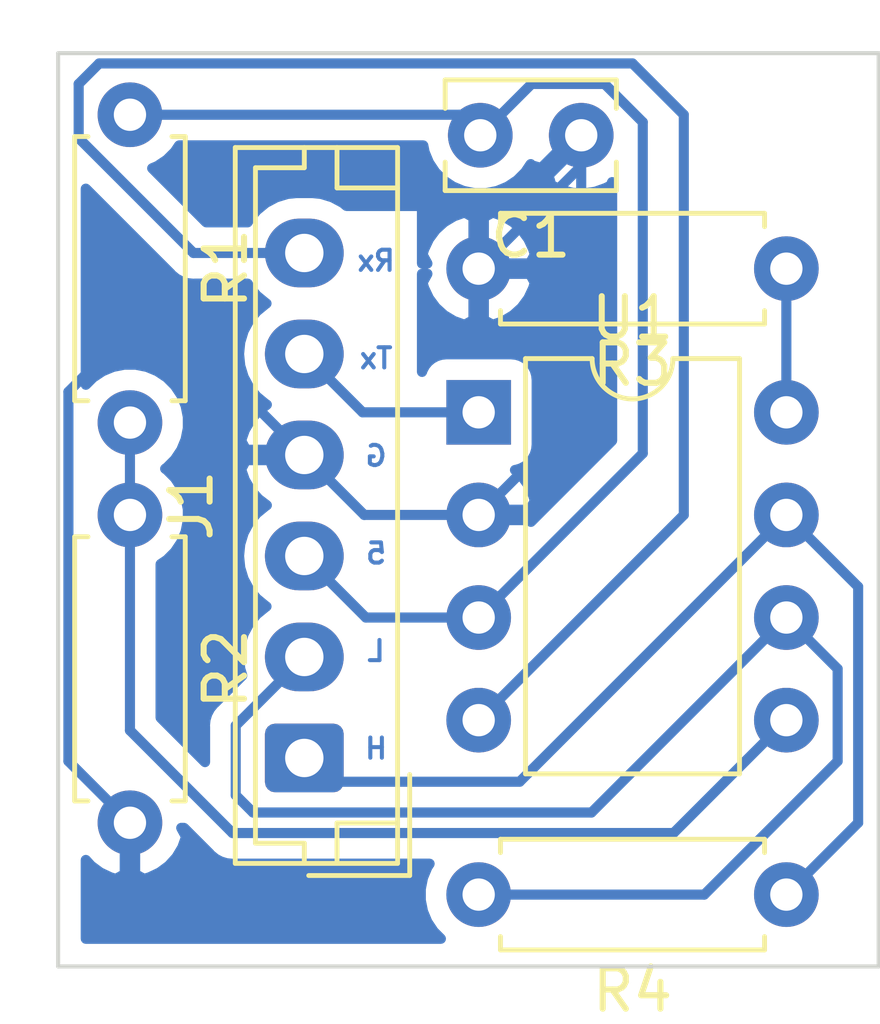
<source format=kicad_pcb>
(kicad_pcb (version 20171130) (host pcbnew 5.1.6)

  (general
    (thickness 1.6)
    (drawings 5)
    (tracks 53)
    (zones 0)
    (modules 7)
    (nets 9)
  )

  (page A4)
  (layers
    (0 F.Cu signal)
    (31 B.Cu signal)
    (32 B.Adhes user)
    (33 F.Adhes user)
    (34 B.Paste user)
    (35 F.Paste user)
    (36 B.SilkS user)
    (37 F.SilkS user)
    (38 B.Mask user)
    (39 F.Mask user)
    (40 Dwgs.User user)
    (41 Cmts.User user)
    (42 Eco1.User user)
    (43 Eco2.User user)
    (44 Edge.Cuts user)
    (45 Margin user)
    (46 B.CrtYd user)
    (47 F.CrtYd user)
    (48 B.Fab user)
    (49 F.Fab user)
  )

  (setup
    (last_trace_width 0.25)
    (trace_clearance 0.2)
    (zone_clearance 0.508)
    (zone_45_only no)
    (trace_min 0.2)
    (via_size 0.8)
    (via_drill 0.4)
    (via_min_size 0.4)
    (via_min_drill 0.3)
    (uvia_size 0.3)
    (uvia_drill 0.1)
    (uvias_allowed no)
    (uvia_min_size 0.2)
    (uvia_min_drill 0.1)
    (edge_width 0.05)
    (segment_width 0.2)
    (pcb_text_width 0.3)
    (pcb_text_size 1.5 1.5)
    (mod_edge_width 0.12)
    (mod_text_size 1 1)
    (mod_text_width 0.15)
    (pad_size 1.524 1.524)
    (pad_drill 0.762)
    (pad_to_mask_clearance 0.05)
    (aux_axis_origin 0 0)
    (visible_elements FFFFFF7F)
    (pcbplotparams
      (layerselection 0x010fc_ffffffff)
      (usegerberextensions false)
      (usegerberattributes true)
      (usegerberadvancedattributes true)
      (creategerberjobfile true)
      (excludeedgelayer true)
      (linewidth 0.100000)
      (plotframeref false)
      (viasonmask false)
      (mode 1)
      (useauxorigin false)
      (hpglpennumber 1)
      (hpglpenspeed 20)
      (hpglpendiameter 15.000000)
      (psnegative false)
      (psa4output false)
      (plotreference true)
      (plotvalue true)
      (plotinvisibletext false)
      (padsonsilk false)
      (subtractmaskfromsilk false)
      (outputformat 1)
      (mirror false)
      (drillshape 1)
      (scaleselection 1)
      (outputdirectory ""))
  )

  (net 0 "")
  (net 1 +5V)
  (net 2 GND)
  (net 3 /can_rx)
  (net 4 /can_tx)
  (net 5 "Net-(J1-Pad2)")
  (net 6 "Net-(J1-Pad1)")
  (net 7 "Net-(R1-Pad2)")
  (net 8 "Net-(R3-Pad1)")

  (net_class Default "This is the default net class."
    (clearance 0.2)
    (trace_width 0.25)
    (via_dia 0.8)
    (via_drill 0.4)
    (uvia_dia 0.3)
    (uvia_drill 0.1)
    (add_net +5V)
    (add_net /can_rx)
    (add_net /can_tx)
    (add_net GND)
    (add_net "Net-(J1-Pad1)")
    (add_net "Net-(J1-Pad2)")
    (add_net "Net-(R1-Pad2)")
    (add_net "Net-(R3-Pad1)")
  )

  (module Capacitor_THT:C_Rect_L4.0mm_W2.5mm_P2.50mm (layer F.Cu) (tedit 5AE50EF0) (tstamp 5F8875F8)
    (at 118.364 65.024 180)
    (descr "C, Rect series, Radial, pin pitch=2.50mm, , length*width=4*2.5mm^2, Capacitor")
    (tags "C Rect series Radial pin pitch 2.50mm  length 4mm width 2.5mm Capacitor")
    (path /5F85CFB6)
    (fp_text reference C1 (at 1.25 -2.5) (layer F.SilkS)
      (effects (font (size 1 1) (thickness 0.15)))
    )
    (fp_text value 100n (at 1.25 2.5) (layer F.Fab)
      (effects (font (size 1 1) (thickness 0.15)))
    )
    (fp_text user %R (at 1.25 0) (layer F.Fab)
      (effects (font (size 0.8 0.8) (thickness 0.12)))
    )
    (fp_line (start -0.75 -1.25) (end -0.75 1.25) (layer F.Fab) (width 0.1))
    (fp_line (start -0.75 1.25) (end 3.25 1.25) (layer F.Fab) (width 0.1))
    (fp_line (start 3.25 1.25) (end 3.25 -1.25) (layer F.Fab) (width 0.1))
    (fp_line (start 3.25 -1.25) (end -0.75 -1.25) (layer F.Fab) (width 0.1))
    (fp_line (start -0.87 -1.37) (end 3.37 -1.37) (layer F.SilkS) (width 0.12))
    (fp_line (start -0.87 1.37) (end 3.37 1.37) (layer F.SilkS) (width 0.12))
    (fp_line (start -0.87 -1.37) (end -0.87 -0.665) (layer F.SilkS) (width 0.12))
    (fp_line (start -0.87 0.665) (end -0.87 1.37) (layer F.SilkS) (width 0.12))
    (fp_line (start 3.37 -1.37) (end 3.37 -0.665) (layer F.SilkS) (width 0.12))
    (fp_line (start 3.37 0.665) (end 3.37 1.37) (layer F.SilkS) (width 0.12))
    (fp_line (start -1.05 -1.5) (end -1.05 1.5) (layer F.CrtYd) (width 0.05))
    (fp_line (start -1.05 1.5) (end 3.55 1.5) (layer F.CrtYd) (width 0.05))
    (fp_line (start 3.55 1.5) (end 3.55 -1.5) (layer F.CrtYd) (width 0.05))
    (fp_line (start 3.55 -1.5) (end -1.05 -1.5) (layer F.CrtYd) (width 0.05))
    (pad 2 thru_hole circle (at 2.5 0 180) (size 1.6 1.6) (drill 0.8) (layers *.Cu *.Mask)
      (net 1 +5V))
    (pad 1 thru_hole circle (at 0 0 180) (size 1.6 1.6) (drill 0.8) (layers *.Cu *.Mask)
      (net 2 GND))
    (model ${KISYS3DMOD}/Capacitor_THT.3dshapes/C_Rect_L4.0mm_W2.5mm_P2.50mm.wrl
      (at (xyz 0 0 0))
      (scale (xyz 1 1 1))
      (rotate (xyz 0 0 0))
    )
  )

  (module Package_DIP:DIP-8_W7.62mm (layer F.Cu) (tedit 5A02E8C5) (tstamp 5F887694)
    (at 115.824 71.882)
    (descr "8-lead though-hole mounted DIP package, row spacing 7.62 mm (300 mils)")
    (tags "THT DIP DIL PDIP 2.54mm 7.62mm 300mil")
    (path /5F8315C8)
    (fp_text reference U1 (at 3.81 -2.33) (layer F.SilkS)
      (effects (font (size 1 1) (thickness 0.15)))
    )
    (fp_text value MCP2551-I-P (at 3.81 9.95) (layer F.Fab)
      (effects (font (size 1 1) (thickness 0.15)))
    )
    (fp_text user %R (at 3.81 3.81) (layer F.Fab)
      (effects (font (size 1 1) (thickness 0.15)))
    )
    (fp_arc (start 3.81 -1.33) (end 2.81 -1.33) (angle -180) (layer F.SilkS) (width 0.12))
    (fp_line (start 1.635 -1.27) (end 6.985 -1.27) (layer F.Fab) (width 0.1))
    (fp_line (start 6.985 -1.27) (end 6.985 8.89) (layer F.Fab) (width 0.1))
    (fp_line (start 6.985 8.89) (end 0.635 8.89) (layer F.Fab) (width 0.1))
    (fp_line (start 0.635 8.89) (end 0.635 -0.27) (layer F.Fab) (width 0.1))
    (fp_line (start 0.635 -0.27) (end 1.635 -1.27) (layer F.Fab) (width 0.1))
    (fp_line (start 2.81 -1.33) (end 1.16 -1.33) (layer F.SilkS) (width 0.12))
    (fp_line (start 1.16 -1.33) (end 1.16 8.95) (layer F.SilkS) (width 0.12))
    (fp_line (start 1.16 8.95) (end 6.46 8.95) (layer F.SilkS) (width 0.12))
    (fp_line (start 6.46 8.95) (end 6.46 -1.33) (layer F.SilkS) (width 0.12))
    (fp_line (start 6.46 -1.33) (end 4.81 -1.33) (layer F.SilkS) (width 0.12))
    (fp_line (start -1.1 -1.55) (end -1.1 9.15) (layer F.CrtYd) (width 0.05))
    (fp_line (start -1.1 9.15) (end 8.7 9.15) (layer F.CrtYd) (width 0.05))
    (fp_line (start 8.7 9.15) (end 8.7 -1.55) (layer F.CrtYd) (width 0.05))
    (fp_line (start 8.7 -1.55) (end -1.1 -1.55) (layer F.CrtYd) (width 0.05))
    (pad 8 thru_hole oval (at 7.62 0) (size 1.6 1.6) (drill 0.8) (layers *.Cu *.Mask)
      (net 8 "Net-(R3-Pad1)"))
    (pad 4 thru_hole oval (at 0 7.62) (size 1.6 1.6) (drill 0.8) (layers *.Cu *.Mask)
      (net 3 /can_rx))
    (pad 7 thru_hole oval (at 7.62 2.54) (size 1.6 1.6) (drill 0.8) (layers *.Cu *.Mask)
      (net 6 "Net-(J1-Pad1)"))
    (pad 3 thru_hole oval (at 0 5.08) (size 1.6 1.6) (drill 0.8) (layers *.Cu *.Mask)
      (net 1 +5V))
    (pad 6 thru_hole oval (at 7.62 5.08) (size 1.6 1.6) (drill 0.8) (layers *.Cu *.Mask)
      (net 5 "Net-(J1-Pad2)"))
    (pad 2 thru_hole oval (at 0 2.54) (size 1.6 1.6) (drill 0.8) (layers *.Cu *.Mask)
      (net 2 GND))
    (pad 5 thru_hole oval (at 7.62 7.62) (size 1.6 1.6) (drill 0.8) (layers *.Cu *.Mask)
      (net 7 "Net-(R1-Pad2)"))
    (pad 1 thru_hole rect (at 0 0) (size 1.6 1.6) (drill 0.8) (layers *.Cu *.Mask)
      (net 4 /can_tx))
    (model ${KISYS3DMOD}/Package_DIP.3dshapes/DIP-8_W7.62mm.wrl
      (at (xyz 0 0 0))
      (scale (xyz 1 1 1))
      (rotate (xyz 0 0 0))
    )
  )

  (module Resistor_THT:R_Axial_DIN0207_L6.3mm_D2.5mm_P7.62mm_Horizontal (layer F.Cu) (tedit 5AE5139B) (tstamp 5F887678)
    (at 123.444 83.82 180)
    (descr "Resistor, Axial_DIN0207 series, Axial, Horizontal, pin pitch=7.62mm, 0.25W = 1/4W, length*diameter=6.3*2.5mm^2, http://cdn-reichelt.de/documents/datenblatt/B400/1_4W%23YAG.pdf")
    (tags "Resistor Axial_DIN0207 series Axial Horizontal pin pitch 7.62mm 0.25W = 1/4W length 6.3mm diameter 2.5mm")
    (path /5F867449)
    (fp_text reference R4 (at 3.81 -2.37) (layer F.SilkS)
      (effects (font (size 1 1) (thickness 0.15)))
    )
    (fp_text value 120 (at 3.81 2.37) (layer F.Fab)
      (effects (font (size 1 1) (thickness 0.15)))
    )
    (fp_text user %R (at 3.81 0) (layer F.Fab)
      (effects (font (size 1 1) (thickness 0.15)))
    )
    (fp_line (start 0.66 -1.25) (end 0.66 1.25) (layer F.Fab) (width 0.1))
    (fp_line (start 0.66 1.25) (end 6.96 1.25) (layer F.Fab) (width 0.1))
    (fp_line (start 6.96 1.25) (end 6.96 -1.25) (layer F.Fab) (width 0.1))
    (fp_line (start 6.96 -1.25) (end 0.66 -1.25) (layer F.Fab) (width 0.1))
    (fp_line (start 0 0) (end 0.66 0) (layer F.Fab) (width 0.1))
    (fp_line (start 7.62 0) (end 6.96 0) (layer F.Fab) (width 0.1))
    (fp_line (start 0.54 -1.04) (end 0.54 -1.37) (layer F.SilkS) (width 0.12))
    (fp_line (start 0.54 -1.37) (end 7.08 -1.37) (layer F.SilkS) (width 0.12))
    (fp_line (start 7.08 -1.37) (end 7.08 -1.04) (layer F.SilkS) (width 0.12))
    (fp_line (start 0.54 1.04) (end 0.54 1.37) (layer F.SilkS) (width 0.12))
    (fp_line (start 0.54 1.37) (end 7.08 1.37) (layer F.SilkS) (width 0.12))
    (fp_line (start 7.08 1.37) (end 7.08 1.04) (layer F.SilkS) (width 0.12))
    (fp_line (start -1.05 -1.5) (end -1.05 1.5) (layer F.CrtYd) (width 0.05))
    (fp_line (start -1.05 1.5) (end 8.67 1.5) (layer F.CrtYd) (width 0.05))
    (fp_line (start 8.67 1.5) (end 8.67 -1.5) (layer F.CrtYd) (width 0.05))
    (fp_line (start 8.67 -1.5) (end -1.05 -1.5) (layer F.CrtYd) (width 0.05))
    (pad 2 thru_hole oval (at 7.62 0 180) (size 1.6 1.6) (drill 0.8) (layers *.Cu *.Mask)
      (net 5 "Net-(J1-Pad2)"))
    (pad 1 thru_hole circle (at 0 0 180) (size 1.6 1.6) (drill 0.8) (layers *.Cu *.Mask)
      (net 6 "Net-(J1-Pad1)"))
    (model ${KISYS3DMOD}/Resistor_THT.3dshapes/R_Axial_DIN0207_L6.3mm_D2.5mm_P7.62mm_Horizontal.wrl
      (at (xyz 0 0 0))
      (scale (xyz 1 1 1))
      (rotate (xyz 0 0 0))
    )
  )

  (module Resistor_THT:R_Axial_DIN0207_L6.3mm_D2.5mm_P7.62mm_Horizontal (layer F.Cu) (tedit 5AE5139B) (tstamp 5F887661)
    (at 123.444 68.326 180)
    (descr "Resistor, Axial_DIN0207 series, Axial, Horizontal, pin pitch=7.62mm, 0.25W = 1/4W, length*diameter=6.3*2.5mm^2, http://cdn-reichelt.de/documents/datenblatt/B400/1_4W%23YAG.pdf")
    (tags "Resistor Axial_DIN0207 series Axial Horizontal pin pitch 7.62mm 0.25W = 1/4W length 6.3mm diameter 2.5mm")
    (path /5F836A87)
    (fp_text reference R3 (at 3.81 -2.37) (layer F.SilkS)
      (effects (font (size 1 1) (thickness 0.15)))
    )
    (fp_text value 10k (at 3.81 2.37) (layer F.Fab)
      (effects (font (size 1 1) (thickness 0.15)))
    )
    (fp_text user %R (at 3.556 0) (layer F.Fab)
      (effects (font (size 1 1) (thickness 0.15)))
    )
    (fp_line (start 0.66 -1.25) (end 0.66 1.25) (layer F.Fab) (width 0.1))
    (fp_line (start 0.66 1.25) (end 6.96 1.25) (layer F.Fab) (width 0.1))
    (fp_line (start 6.96 1.25) (end 6.96 -1.25) (layer F.Fab) (width 0.1))
    (fp_line (start 6.96 -1.25) (end 0.66 -1.25) (layer F.Fab) (width 0.1))
    (fp_line (start 0 0) (end 0.66 0) (layer F.Fab) (width 0.1))
    (fp_line (start 7.62 0) (end 6.96 0) (layer F.Fab) (width 0.1))
    (fp_line (start 0.54 -1.04) (end 0.54 -1.37) (layer F.SilkS) (width 0.12))
    (fp_line (start 0.54 -1.37) (end 7.08 -1.37) (layer F.SilkS) (width 0.12))
    (fp_line (start 7.08 -1.37) (end 7.08 -1.04) (layer F.SilkS) (width 0.12))
    (fp_line (start 0.54 1.04) (end 0.54 1.37) (layer F.SilkS) (width 0.12))
    (fp_line (start 0.54 1.37) (end 7.08 1.37) (layer F.SilkS) (width 0.12))
    (fp_line (start 7.08 1.37) (end 7.08 1.04) (layer F.SilkS) (width 0.12))
    (fp_line (start -1.05 -1.5) (end -1.05 1.5) (layer F.CrtYd) (width 0.05))
    (fp_line (start -1.05 1.5) (end 8.67 1.5) (layer F.CrtYd) (width 0.05))
    (fp_line (start 8.67 1.5) (end 8.67 -1.5) (layer F.CrtYd) (width 0.05))
    (fp_line (start 8.67 -1.5) (end -1.05 -1.5) (layer F.CrtYd) (width 0.05))
    (pad 2 thru_hole oval (at 7.62 0 180) (size 1.6 1.6) (drill 0.8) (layers *.Cu *.Mask)
      (net 2 GND))
    (pad 1 thru_hole circle (at 0 0 180) (size 1.6 1.6) (drill 0.8) (layers *.Cu *.Mask)
      (net 8 "Net-(R3-Pad1)"))
    (model ${KISYS3DMOD}/Resistor_THT.3dshapes/R_Axial_DIN0207_L6.3mm_D2.5mm_P7.62mm_Horizontal.wrl
      (at (xyz 0 0 0))
      (scale (xyz 1 1 1))
      (rotate (xyz 0 0 0))
    )
  )

  (module Resistor_THT:R_Axial_DIN0207_L6.3mm_D2.5mm_P7.62mm_Horizontal (layer F.Cu) (tedit 5AE5139B) (tstamp 5F88764A)
    (at 107.188 74.422 270)
    (descr "Resistor, Axial_DIN0207 series, Axial, Horizontal, pin pitch=7.62mm, 0.25W = 1/4W, length*diameter=6.3*2.5mm^2, http://cdn-reichelt.de/documents/datenblatt/B400/1_4W%23YAG.pdf")
    (tags "Resistor Axial_DIN0207 series Axial Horizontal pin pitch 7.62mm 0.25W = 1/4W length 6.3mm diameter 2.5mm")
    (path /5F888FF2)
    (fp_text reference R2 (at 3.81 -2.37 90) (layer F.SilkS)
      (effects (font (size 1 1) (thickness 0.15)))
    )
    (fp_text value 470 (at 3.81 2.37 90) (layer F.Fab)
      (effects (font (size 1 1) (thickness 0.15)))
    )
    (fp_text user %R (at 3.81 0 90) (layer F.Fab)
      (effects (font (size 1 1) (thickness 0.15)))
    )
    (fp_line (start 0.66 -1.25) (end 0.66 1.25) (layer F.Fab) (width 0.1))
    (fp_line (start 0.66 1.25) (end 6.96 1.25) (layer F.Fab) (width 0.1))
    (fp_line (start 6.96 1.25) (end 6.96 -1.25) (layer F.Fab) (width 0.1))
    (fp_line (start 6.96 -1.25) (end 0.66 -1.25) (layer F.Fab) (width 0.1))
    (fp_line (start 0 0) (end 0.66 0) (layer F.Fab) (width 0.1))
    (fp_line (start 7.62 0) (end 6.96 0) (layer F.Fab) (width 0.1))
    (fp_line (start 0.54 -1.04) (end 0.54 -1.37) (layer F.SilkS) (width 0.12))
    (fp_line (start 0.54 -1.37) (end 7.08 -1.37) (layer F.SilkS) (width 0.12))
    (fp_line (start 7.08 -1.37) (end 7.08 -1.04) (layer F.SilkS) (width 0.12))
    (fp_line (start 0.54 1.04) (end 0.54 1.37) (layer F.SilkS) (width 0.12))
    (fp_line (start 0.54 1.37) (end 7.08 1.37) (layer F.SilkS) (width 0.12))
    (fp_line (start 7.08 1.37) (end 7.08 1.04) (layer F.SilkS) (width 0.12))
    (fp_line (start -1.05 -1.5) (end -1.05 1.5) (layer F.CrtYd) (width 0.05))
    (fp_line (start -1.05 1.5) (end 8.67 1.5) (layer F.CrtYd) (width 0.05))
    (fp_line (start 8.67 1.5) (end 8.67 -1.5) (layer F.CrtYd) (width 0.05))
    (fp_line (start 8.67 -1.5) (end -1.05 -1.5) (layer F.CrtYd) (width 0.05))
    (pad 2 thru_hole oval (at 7.62 0 270) (size 1.6 1.6) (drill 0.8) (layers *.Cu *.Mask)
      (net 2 GND))
    (pad 1 thru_hole circle (at 0 0 270) (size 1.6 1.6) (drill 0.8) (layers *.Cu *.Mask)
      (net 7 "Net-(R1-Pad2)"))
    (model ${KISYS3DMOD}/Resistor_THT.3dshapes/R_Axial_DIN0207_L6.3mm_D2.5mm_P7.62mm_Horizontal.wrl
      (at (xyz 0 0 0))
      (scale (xyz 1 1 1))
      (rotate (xyz 0 0 0))
    )
  )

  (module Resistor_THT:R_Axial_DIN0207_L6.3mm_D2.5mm_P7.62mm_Horizontal (layer F.Cu) (tedit 5AE5139B) (tstamp 5F887633)
    (at 107.188 64.516 270)
    (descr "Resistor, Axial_DIN0207 series, Axial, Horizontal, pin pitch=7.62mm, 0.25W = 1/4W, length*diameter=6.3*2.5mm^2, http://cdn-reichelt.de/documents/datenblatt/B400/1_4W%23YAG.pdf")
    (tags "Resistor Axial_DIN0207 series Axial Horizontal pin pitch 7.62mm 0.25W = 1/4W length 6.3mm diameter 2.5mm")
    (path /5F888341)
    (fp_text reference R1 (at 3.81 -2.37 90) (layer F.SilkS)
      (effects (font (size 1 1) (thickness 0.15)))
    )
    (fp_text value 470 (at 3.81 2.37 90) (layer F.Fab)
      (effects (font (size 1 1) (thickness 0.15)))
    )
    (fp_text user %R (at 3.81 0 90) (layer F.Fab)
      (effects (font (size 1 1) (thickness 0.15)))
    )
    (fp_line (start 0.66 -1.25) (end 0.66 1.25) (layer F.Fab) (width 0.1))
    (fp_line (start 0.66 1.25) (end 6.96 1.25) (layer F.Fab) (width 0.1))
    (fp_line (start 6.96 1.25) (end 6.96 -1.25) (layer F.Fab) (width 0.1))
    (fp_line (start 6.96 -1.25) (end 0.66 -1.25) (layer F.Fab) (width 0.1))
    (fp_line (start 0 0) (end 0.66 0) (layer F.Fab) (width 0.1))
    (fp_line (start 7.62 0) (end 6.96 0) (layer F.Fab) (width 0.1))
    (fp_line (start 0.54 -1.04) (end 0.54 -1.37) (layer F.SilkS) (width 0.12))
    (fp_line (start 0.54 -1.37) (end 7.08 -1.37) (layer F.SilkS) (width 0.12))
    (fp_line (start 7.08 -1.37) (end 7.08 -1.04) (layer F.SilkS) (width 0.12))
    (fp_line (start 0.54 1.04) (end 0.54 1.37) (layer F.SilkS) (width 0.12))
    (fp_line (start 0.54 1.37) (end 7.08 1.37) (layer F.SilkS) (width 0.12))
    (fp_line (start 7.08 1.37) (end 7.08 1.04) (layer F.SilkS) (width 0.12))
    (fp_line (start -1.05 -1.5) (end -1.05 1.5) (layer F.CrtYd) (width 0.05))
    (fp_line (start -1.05 1.5) (end 8.67 1.5) (layer F.CrtYd) (width 0.05))
    (fp_line (start 8.67 1.5) (end 8.67 -1.5) (layer F.CrtYd) (width 0.05))
    (fp_line (start 8.67 -1.5) (end -1.05 -1.5) (layer F.CrtYd) (width 0.05))
    (pad 2 thru_hole oval (at 7.62 0 270) (size 1.6 1.6) (drill 0.8) (layers *.Cu *.Mask)
      (net 7 "Net-(R1-Pad2)"))
    (pad 1 thru_hole circle (at 0 0 270) (size 1.6 1.6) (drill 0.8) (layers *.Cu *.Mask)
      (net 1 +5V))
    (model ${KISYS3DMOD}/Resistor_THT.3dshapes/R_Axial_DIN0207_L6.3mm_D2.5mm_P7.62mm_Horizontal.wrl
      (at (xyz 0 0 0))
      (scale (xyz 1 1 1))
      (rotate (xyz 0 0 0))
    )
  )

  (module Connector_JST:JST_EH_B6B-EH-A_1x06_P2.50mm_Vertical (layer F.Cu) (tedit 5C28142C) (tstamp 5F88761C)
    (at 111.506 80.438 90)
    (descr "JST EH series connector, B6B-EH-A (http://www.jst-mfg.com/product/pdf/eng/eEH.pdf), generated with kicad-footprint-generator")
    (tags "connector JST EH vertical")
    (path /5F893666)
    (fp_text reference J1 (at 6.25 -2.8 90) (layer F.SilkS)
      (effects (font (size 1 1) (thickness 0.15)))
    )
    (fp_text value Conn_01x06 (at 6.25 3.4 90) (layer F.Fab)
      (effects (font (size 1 1) (thickness 0.15)))
    )
    (fp_text user %R (at 6.25 1.5 90) (layer F.Fab)
      (effects (font (size 1 1) (thickness 0.15)))
    )
    (fp_line (start -2.5 -1.6) (end -2.5 2.2) (layer F.Fab) (width 0.1))
    (fp_line (start -2.5 2.2) (end 15 2.2) (layer F.Fab) (width 0.1))
    (fp_line (start 15 2.2) (end 15 -1.6) (layer F.Fab) (width 0.1))
    (fp_line (start 15 -1.6) (end -2.5 -1.6) (layer F.Fab) (width 0.1))
    (fp_line (start -3 -2.1) (end -3 2.7) (layer F.CrtYd) (width 0.05))
    (fp_line (start -3 2.7) (end 15.5 2.7) (layer F.CrtYd) (width 0.05))
    (fp_line (start 15.5 2.7) (end 15.5 -2.1) (layer F.CrtYd) (width 0.05))
    (fp_line (start 15.5 -2.1) (end -3 -2.1) (layer F.CrtYd) (width 0.05))
    (fp_line (start -2.61 -1.71) (end -2.61 2.31) (layer F.SilkS) (width 0.12))
    (fp_line (start -2.61 2.31) (end 15.11 2.31) (layer F.SilkS) (width 0.12))
    (fp_line (start 15.11 2.31) (end 15.11 -1.71) (layer F.SilkS) (width 0.12))
    (fp_line (start 15.11 -1.71) (end -2.61 -1.71) (layer F.SilkS) (width 0.12))
    (fp_line (start -2.61 0) (end -2.11 0) (layer F.SilkS) (width 0.12))
    (fp_line (start -2.11 0) (end -2.11 -1.21) (layer F.SilkS) (width 0.12))
    (fp_line (start -2.11 -1.21) (end 14.61 -1.21) (layer F.SilkS) (width 0.12))
    (fp_line (start 14.61 -1.21) (end 14.61 0) (layer F.SilkS) (width 0.12))
    (fp_line (start 14.61 0) (end 15.11 0) (layer F.SilkS) (width 0.12))
    (fp_line (start -2.61 0.81) (end -1.61 0.81) (layer F.SilkS) (width 0.12))
    (fp_line (start -1.61 0.81) (end -1.61 2.31) (layer F.SilkS) (width 0.12))
    (fp_line (start 15.11 0.81) (end 14.11 0.81) (layer F.SilkS) (width 0.12))
    (fp_line (start 14.11 0.81) (end 14.11 2.31) (layer F.SilkS) (width 0.12))
    (fp_line (start -2.91 0.11) (end -2.91 2.61) (layer F.SilkS) (width 0.12))
    (fp_line (start -2.91 2.61) (end -0.41 2.61) (layer F.SilkS) (width 0.12))
    (fp_line (start -2.91 0.11) (end -2.91 2.61) (layer F.Fab) (width 0.1))
    (fp_line (start -2.91 2.61) (end -0.41 2.61) (layer F.Fab) (width 0.1))
    (pad 6 thru_hole oval (at 12.5 0 90) (size 1.7 1.95) (drill 0.95) (layers *.Cu *.Mask)
      (net 3 /can_rx))
    (pad 5 thru_hole oval (at 10 0 90) (size 1.7 1.95) (drill 0.95) (layers *.Cu *.Mask)
      (net 4 /can_tx))
    (pad 4 thru_hole oval (at 7.5 0 90) (size 1.7 1.95) (drill 0.95) (layers *.Cu *.Mask)
      (net 2 GND))
    (pad 3 thru_hole oval (at 5 0 90) (size 1.7 1.95) (drill 0.95) (layers *.Cu *.Mask)
      (net 1 +5V))
    (pad 2 thru_hole oval (at 2.5 0 90) (size 1.7 1.95) (drill 0.95) (layers *.Cu *.Mask)
      (net 5 "Net-(J1-Pad2)"))
    (pad 1 thru_hole roundrect (at 0 0 90) (size 1.7 1.95) (drill 0.95) (layers *.Cu *.Mask) (roundrect_rratio 0.147059)
      (net 6 "Net-(J1-Pad1)"))
    (model ${KISYS3DMOD}/Connector_JST.3dshapes/JST_EH_B6B-EH-A_1x06_P2.50mm_Vertical.wrl
      (at (xyz 0 0 0))
      (scale (xyz 1 1 1))
      (rotate (xyz 0 0 0))
    )
  )

  (gr_line (start 125.73 62.992) (end 125.73 85.598) (layer Edge.Cuts) (width 0.1))
  (gr_line (start 105.41 62.992) (end 125.73 62.992) (layer Edge.Cuts) (width 0.1))
  (gr_line (start 105.41 85.598) (end 105.41 62.992) (layer Edge.Cuts) (width 0.1))
  (gr_line (start 125.73 85.598) (end 105.41 85.598) (layer Edge.Cuts) (width 0.1))
  (gr_text "Rx\n\n\nTx\n\n\nG\n\n\n5\n\n\nL\n\n\nH" (at 113.284 74.168) (layer B.Cu)
    (effects (font (size 0.5 0.5) (thickness 0.1)) (justify mirror))
  )

  (segment (start 112.268 75.438) (end 111.506 75.438) (width 0.25) (layer B.Cu) (net 1) (status 30))
  (segment (start 113.03 76.962) (end 111.506 75.438) (width 0.25) (layer B.Cu) (net 1))
  (segment (start 115.824 76.962) (end 113.03 76.962) (width 0.25) (layer B.Cu) (net 1))
  (segment (start 115.356 64.516) (end 115.864 65.024) (width 0.25) (layer B.Cu) (net 1))
  (segment (start 107.188 64.516) (end 115.356 64.516) (width 0.25) (layer B.Cu) (net 1))
  (segment (start 117.134 63.754) (end 115.864 65.024) (width 0.25) (layer B.Cu) (net 1))
  (segment (start 118.942501 63.754) (end 117.134 63.754) (width 0.25) (layer B.Cu) (net 1))
  (segment (start 119.888 64.699499) (end 118.942501 63.754) (width 0.25) (layer B.Cu) (net 1))
  (segment (start 119.888 72.898) (end 119.888 64.699499) (width 0.25) (layer B.Cu) (net 1))
  (segment (start 115.824 76.962) (end 119.888 72.898) (width 0.25) (layer B.Cu) (net 1))
  (segment (start 112.308 72.938) (end 111.506 72.938) (width 0.25) (layer B.Cu) (net 2) (status 30))
  (segment (start 118.364 71.882) (end 115.824 74.422) (width 0.25) (layer B.Cu) (net 2))
  (segment (start 118.364 65.024) (end 118.364 71.882) (width 0.25) (layer B.Cu) (net 2))
  (segment (start 118.364 65.786) (end 118.364 65.024) (width 0.25) (layer B.Cu) (net 2))
  (segment (start 115.824 68.326) (end 118.364 65.786) (width 0.25) (layer B.Cu) (net 2))
  (segment (start 112.99 74.422) (end 111.506 72.938) (width 0.25) (layer B.Cu) (net 2))
  (segment (start 115.824 74.422) (end 112.99 74.422) (width 0.25) (layer B.Cu) (net 2))
  (segment (start 107.188 82.042) (end 105.664 80.518) (width 0.25) (layer B.Cu) (net 2))
  (segment (start 105.664 80.518) (end 105.664 71.374) (width 0.25) (layer B.Cu) (net 2))
  (segment (start 105.664 71.374) (end 106.68 70.358) (width 0.25) (layer B.Cu) (net 2))
  (segment (start 108.926 70.358) (end 111.506 72.938) (width 0.25) (layer B.Cu) (net 2))
  (segment (start 106.68 70.358) (end 108.926 70.358) (width 0.25) (layer B.Cu) (net 2))
  (segment (start 120.904 64.516) (end 120.904 74.422) (width 0.25) (layer B.Cu) (net 3))
  (segment (start 105.918 63.754) (end 106.426 63.246) (width 0.25) (layer B.Cu) (net 3))
  (segment (start 105.918 65.094501) (end 105.918 63.754) (width 0.25) (layer B.Cu) (net 3))
  (segment (start 120.904 74.422) (end 115.824 79.502) (width 0.25) (layer B.Cu) (net 3))
  (segment (start 119.634 63.246) (end 120.904 64.516) (width 0.25) (layer B.Cu) (net 3))
  (segment (start 106.426 63.246) (end 119.634 63.246) (width 0.25) (layer B.Cu) (net 3))
  (segment (start 108.761499 67.938) (end 105.918 65.094501) (width 0.25) (layer B.Cu) (net 3))
  (segment (start 111.506 67.938) (end 108.761499 67.938) (width 0.25) (layer B.Cu) (net 3))
  (segment (start 112.95 71.882) (end 111.506 70.438) (width 0.25) (layer B.Cu) (net 4))
  (segment (start 115.824 71.882) (end 112.95 71.882) (width 0.25) (layer B.Cu) (net 4))
  (segment (start 118.618 81.788) (end 123.444 76.962) (width 0.25) (layer B.Cu) (net 5))
  (segment (start 110.236 81.788) (end 118.618 81.788) (width 0.25) (layer B.Cu) (net 5))
  (segment (start 109.80701 81.35901) (end 110.236 81.788) (width 0.25) (layer B.Cu) (net 5))
  (segment (start 109.80701 79.63699) (end 109.80701 81.35901) (width 0.25) (layer B.Cu) (net 5))
  (segment (start 111.506 77.938) (end 109.80701 79.63699) (width 0.25) (layer B.Cu) (net 5))
  (segment (start 115.824 83.82) (end 121.412 83.82) (width 0.25) (layer B.Cu) (net 5))
  (segment (start 121.412 83.82) (end 124.714 80.518) (width 0.25) (layer B.Cu) (net 5))
  (segment (start 124.714 78.232) (end 123.444 76.962) (width 0.25) (layer B.Cu) (net 5))
  (segment (start 124.714 80.518) (end 124.714 78.232) (width 0.25) (layer B.Cu) (net 5))
  (segment (start 116.84 81.026) (end 123.444 74.422) (width 0.25) (layer B.Cu) (net 6))
  (segment (start 112.094 81.026) (end 116.84 81.026) (width 0.25) (layer B.Cu) (net 6))
  (segment (start 111.506 80.438) (end 112.094 81.026) (width 0.25) (layer B.Cu) (net 6))
  (segment (start 125.222 76.2) (end 123.444 74.422) (width 0.25) (layer B.Cu) (net 6))
  (segment (start 125.222 82.042) (end 125.222 76.2) (width 0.25) (layer B.Cu) (net 6))
  (segment (start 123.444 83.82) (end 125.222 82.042) (width 0.25) (layer B.Cu) (net 6))
  (segment (start 120.65 82.296) (end 123.444 79.502) (width 0.25) (layer B.Cu) (net 7))
  (segment (start 107.188 72.136) (end 107.188 74.422) (width 0.25) (layer B.Cu) (net 7))
  (segment (start 107.188 79.756) (end 109.728 82.296) (width 0.25) (layer B.Cu) (net 7))
  (segment (start 107.188 74.422) (end 107.188 79.756) (width 0.25) (layer B.Cu) (net 7))
  (segment (start 109.728 82.296) (end 120.65 82.296) (width 0.25) (layer B.Cu) (net 7))
  (segment (start 123.444 71.882) (end 123.444 68.326) (width 0.25) (layer B.Cu) (net 8))

  (zone (net 2) (net_name GND) (layer B.Cu) (tstamp 0) (hatch edge 0.508)
    (connect_pads (clearance 0.508))
    (min_thickness 0.254)
    (fill yes (arc_segments 32) (thermal_gap 0.508) (thermal_bridge_width 0.508))
    (polygon
      (pts
        (xy 125.73 85.598) (xy 105.41 85.598) (xy 105.41 62.992) (xy 125.73 62.992)
      )
    )
    (filled_polygon
      (pts
        (xy 107.315 81.915) (xy 107.335 81.915) (xy 107.335 82.169) (xy 107.315 82.169) (xy 107.315 83.311915)
        (xy 107.537039 83.433904) (xy 107.671087 83.393246) (xy 107.92542 83.273037) (xy 108.151414 83.105519) (xy 108.340385 82.897131)
        (xy 108.48507 82.655881) (xy 108.579909 82.39104) (xy 108.458625 82.169002) (xy 108.5262 82.169002) (xy 109.164205 82.807008)
        (xy 109.187999 82.836001) (xy 109.216992 82.859795) (xy 109.216996 82.859799) (xy 109.262486 82.897131) (xy 109.303724 82.930974)
        (xy 109.435753 83.001546) (xy 109.579014 83.045003) (xy 109.690667 83.056) (xy 109.690676 83.056) (xy 109.727999 83.059676)
        (xy 109.765322 83.056) (xy 114.608629 83.056) (xy 114.55232 83.140273) (xy 114.444147 83.401426) (xy 114.389 83.678665)
        (xy 114.389 83.961335) (xy 114.444147 84.238574) (xy 114.55232 84.499727) (xy 114.709363 84.734759) (xy 114.887604 84.913)
        (xy 106.095 84.913) (xy 106.095 82.962618) (xy 106.224586 83.105519) (xy 106.45058 83.273037) (xy 106.704913 83.393246)
        (xy 106.838961 83.433904) (xy 107.061 83.311915) (xy 107.061 82.169) (xy 107.041 82.169) (xy 107.041 81.915)
        (xy 107.061 81.915) (xy 107.061 81.895) (xy 107.315 81.895)
      )
    )
    (filled_polygon
      (pts
        (xy 108.1977 68.449003) (xy 108.221498 68.478001) (xy 108.337223 68.572974) (xy 108.469252 68.643546) (xy 108.612513 68.687003)
        (xy 108.724166 68.698) (xy 108.724176 68.698) (xy 108.761499 68.701676) (xy 108.798822 68.698) (xy 110.103405 68.698)
        (xy 110.140294 68.767014) (xy 110.325866 68.993134) (xy 110.551986 69.178706) (xy 110.569374 69.188) (xy 110.551986 69.197294)
        (xy 110.325866 69.382866) (xy 110.140294 69.608986) (xy 110.002401 69.866966) (xy 109.917487 70.146889) (xy 109.888815 70.438)
        (xy 109.917487 70.729111) (xy 110.002401 71.009034) (xy 110.140294 71.267014) (xy 110.325866 71.493134) (xy 110.551986 71.678706)
        (xy 110.577722 71.692462) (xy 110.371571 71.848951) (xy 110.178504 72.066807) (xy 110.031648 72.318142) (xy 109.939524 72.58111)
        (xy 110.060845 72.811) (xy 111.379 72.811) (xy 111.379 72.791) (xy 111.633 72.791) (xy 111.633 72.811)
        (xy 111.653 72.811) (xy 111.653 73.065) (xy 111.633 73.065) (xy 111.633 73.085) (xy 111.379 73.085)
        (xy 111.379 73.065) (xy 110.060845 73.065) (xy 109.939524 73.29489) (xy 110.031648 73.557858) (xy 110.178504 73.809193)
        (xy 110.371571 74.027049) (xy 110.577722 74.183538) (xy 110.551986 74.197294) (xy 110.325866 74.382866) (xy 110.140294 74.608986)
        (xy 110.002401 74.866966) (xy 109.917487 75.146889) (xy 109.888815 75.438) (xy 109.917487 75.729111) (xy 110.002401 76.009034)
        (xy 110.140294 76.267014) (xy 110.325866 76.493134) (xy 110.551986 76.678706) (xy 110.569374 76.688) (xy 110.551986 76.697294)
        (xy 110.325866 76.882866) (xy 110.140294 77.108986) (xy 110.002401 77.366966) (xy 109.917487 77.646889) (xy 109.888815 77.938)
        (xy 109.917487 78.229111) (xy 109.969296 78.399902) (xy 109.296013 79.073186) (xy 109.267009 79.096989) (xy 109.211881 79.164164)
        (xy 109.172036 79.212714) (xy 109.116508 79.316599) (xy 109.101464 79.344744) (xy 109.058007 79.488005) (xy 109.04701 79.599658)
        (xy 109.04701 79.599668) (xy 109.043334 79.63699) (xy 109.04701 79.674313) (xy 109.047011 80.540208) (xy 107.948 79.441199)
        (xy 107.948 75.640043) (xy 108.102759 75.536637) (xy 108.302637 75.336759) (xy 108.45968 75.101727) (xy 108.567853 74.840574)
        (xy 108.623 74.563335) (xy 108.623 74.280665) (xy 108.567853 74.003426) (xy 108.45968 73.742273) (xy 108.302637 73.507241)
        (xy 108.102759 73.307363) (xy 108.060311 73.279) (xy 108.102759 73.250637) (xy 108.302637 73.050759) (xy 108.45968 72.815727)
        (xy 108.567853 72.554574) (xy 108.623 72.277335) (xy 108.623 71.994665) (xy 108.567853 71.717426) (xy 108.45968 71.456273)
        (xy 108.302637 71.221241) (xy 108.102759 71.021363) (xy 107.867727 70.86432) (xy 107.606574 70.756147) (xy 107.329335 70.701)
        (xy 107.046665 70.701) (xy 106.769426 70.756147) (xy 106.508273 70.86432) (xy 106.273241 71.021363) (xy 106.095 71.199604)
        (xy 106.095 66.346302)
      )
    )
    (filled_polygon
      (pts
        (xy 118.557748 65.009858) (xy 118.543605 65.024) (xy 118.557748 65.038143) (xy 118.378143 65.217748) (xy 118.364 65.203605)
        (xy 117.550903 66.016702) (xy 117.622486 66.260671) (xy 117.877996 66.381571) (xy 118.152184 66.4503) (xy 118.434512 66.464217)
        (xy 118.71413 66.422787) (xy 118.980292 66.327603) (xy 119.105514 66.260671) (xy 119.128001 66.184031) (xy 119.128 72.583198)
        (xy 117.118128 74.593071) (xy 117.093915 74.549) (xy 115.951 74.549) (xy 115.951 74.569) (xy 115.697 74.569)
        (xy 115.697 74.549) (xy 115.677 74.549) (xy 115.677 74.295) (xy 115.697 74.295) (xy 115.697 74.275)
        (xy 115.951 74.275) (xy 115.951 74.295) (xy 117.093915 74.295) (xy 117.215904 74.072961) (xy 117.175246 73.938913)
        (xy 117.055037 73.68458) (xy 116.887519 73.458586) (xy 116.72392 73.310231) (xy 116.748482 73.307812) (xy 116.86818 73.271502)
        (xy 116.978494 73.212537) (xy 117.075185 73.133185) (xy 117.154537 73.036494) (xy 117.213502 72.92618) (xy 117.249812 72.806482)
        (xy 117.262072 72.682) (xy 117.262072 71.082) (xy 117.249812 70.957518) (xy 117.213502 70.83782) (xy 117.154537 70.727506)
        (xy 117.075185 70.630815) (xy 116.978494 70.551463) (xy 116.86818 70.492498) (xy 116.748482 70.456188) (xy 116.624 70.443928)
        (xy 115.024 70.443928) (xy 114.899518 70.456188) (xy 114.77982 70.492498) (xy 114.669506 70.551463) (xy 114.572815 70.630815)
        (xy 114.493463 70.727506) (xy 114.434498 70.83782) (xy 114.421381 70.881061) (xy 114.421381 68.453002) (xy 114.554084 68.453002)
        (xy 114.432096 68.675039) (xy 114.472754 68.809087) (xy 114.592963 69.06342) (xy 114.760481 69.289414) (xy 114.968869 69.478385)
        (xy 115.210119 69.62307) (xy 115.47496 69.717909) (xy 115.697 69.596624) (xy 115.697 68.453) (xy 115.951 68.453)
        (xy 115.951 69.596624) (xy 116.17304 69.717909) (xy 116.437881 69.62307) (xy 116.679131 69.478385) (xy 116.887519 69.289414)
        (xy 117.055037 69.06342) (xy 117.175246 68.809087) (xy 117.215904 68.675039) (xy 117.093915 68.453) (xy 115.951 68.453)
        (xy 115.697 68.453) (xy 115.677 68.453) (xy 115.677 68.199) (xy 115.697 68.199) (xy 115.697 67.055376)
        (xy 115.951 67.055376) (xy 115.951 68.199) (xy 117.093915 68.199) (xy 117.215904 67.976961) (xy 117.175246 67.842913)
        (xy 117.055037 67.58858) (xy 116.887519 67.362586) (xy 116.679131 67.173615) (xy 116.437881 67.02893) (xy 116.17304 66.934091)
        (xy 115.951 67.055376) (xy 115.697 67.055376) (xy 115.47496 66.934091) (xy 115.210119 67.02893) (xy 114.968869 67.173615)
        (xy 114.760481 67.362586) (xy 114.592963 67.58858) (xy 114.472754 67.842913) (xy 114.432096 67.976961) (xy 114.554084 68.198998)
        (xy 114.421381 68.198998) (xy 114.421381 66.773) (xy 112.552262 66.773) (xy 112.460014 66.697294) (xy 112.202034 66.559401)
        (xy 111.922111 66.474487) (xy 111.70395 66.453) (xy 111.30805 66.453) (xy 111.089889 66.474487) (xy 110.809966 66.559401)
        (xy 110.551986 66.697294) (xy 110.325866 66.882866) (xy 110.140294 67.108986) (xy 110.103405 67.178) (xy 109.076301 67.178)
        (xy 107.739213 65.840912) (xy 107.867727 65.78768) (xy 108.102759 65.630637) (xy 108.302637 65.430759) (xy 108.406043 65.276)
        (xy 114.451013 65.276) (xy 114.484147 65.442574) (xy 114.59232 65.703727) (xy 114.749363 65.938759) (xy 114.949241 66.138637)
        (xy 115.184273 66.29568) (xy 115.445426 66.403853) (xy 115.722665 66.459) (xy 116.005335 66.459) (xy 116.282574 66.403853)
        (xy 116.543727 66.29568) (xy 116.778759 66.138637) (xy 116.978637 65.938759) (xy 117.112692 65.738131) (xy 117.127329 65.765514)
        (xy 117.371298 65.837097) (xy 118.184395 65.024) (xy 118.170253 65.009858) (xy 118.349858 64.830253) (xy 118.364 64.844395)
        (xy 118.378143 64.830253)
      )
    )
  )
)

</source>
